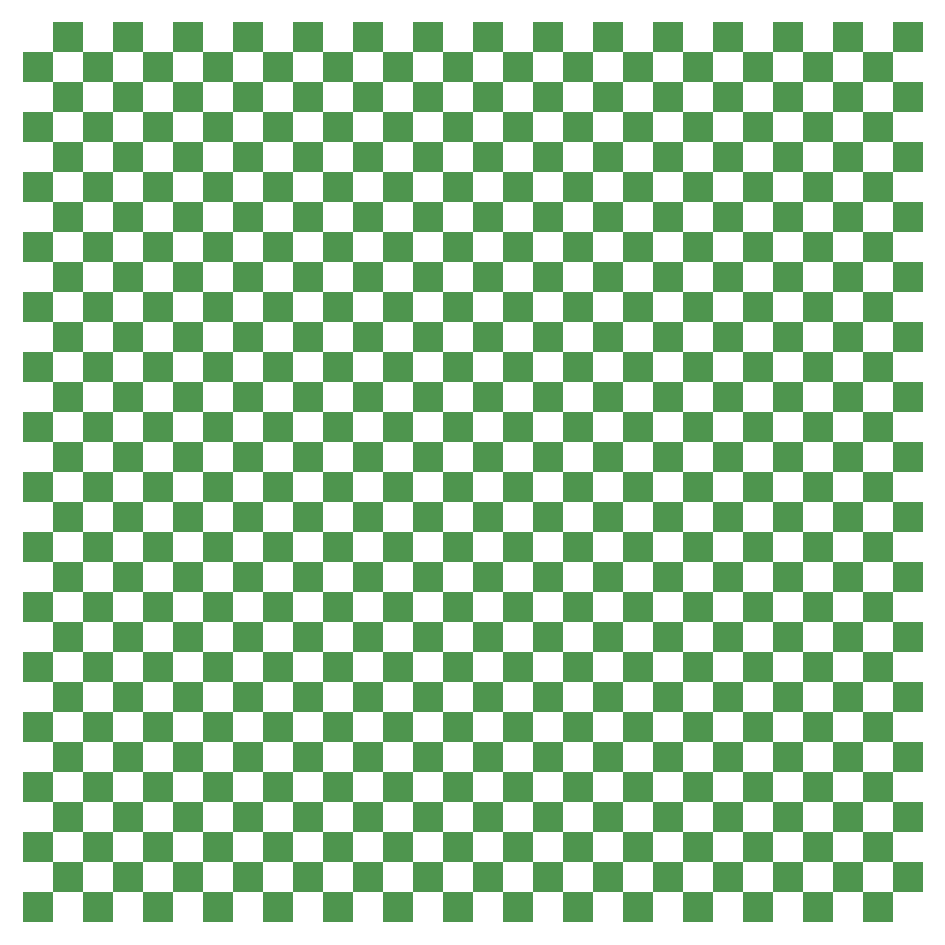
<source format=gtl>
G75*
G70*
%OFA0B0*%
%FSTAX24Y24*%
%IPPOS*%
%LPD*%
%ADD10R,0.1X0.1*%
D10*
X0005Y0005D03*
X0015Y0015D03*
X0025Y0005D03*
X0035Y0015D03*
X0045Y0005D03*
X0055Y0015D03*
X0065Y0005D03*
X0075Y0015D03*
X0085Y0005D03*
X0095Y0015D03*
X0105Y0005D03*
X0115Y0015D03*
X0125Y0005D03*
X0135Y0015D03*
X0145Y0005D03*
X0155Y0015D03*
X0165Y0005D03*
X0175Y0015D03*
X0185Y0005D03*
X0195Y0015D03*
X0205Y0005D03*
X0215Y0015D03*
X0225Y0005D03*
X0235Y0015D03*
X0245Y0005D03*
X0255Y0015D03*
X0265Y0005D03*
X0275Y0015D03*
X0285Y0005D03*
X0295Y0015D03*
X0005Y0025D03*
X0015Y0035D03*
X0025Y0025D03*
X0035Y0035D03*
X0045Y0025D03*
X0055Y0035D03*
X0065Y0025D03*
X0075Y0035D03*
X0085Y0025D03*
X0095Y0035D03*
X0105Y0025D03*
X0115Y0035D03*
X0125Y0025D03*
X0135Y0035D03*
X0145Y0025D03*
X0155Y0035D03*
X0165Y0025D03*
X0175Y0035D03*
X0185Y0025D03*
X0195Y0035D03*
X0205Y0025D03*
X0215Y0035D03*
X0225Y0025D03*
X0235Y0035D03*
X0245Y0025D03*
X0255Y0035D03*
X0265Y0025D03*
X0275Y0035D03*
X0285Y0025D03*
X0295Y0035D03*
X0005Y0045D03*
X0015Y0055D03*
X0025Y0045D03*
X0035Y0055D03*
X0045Y0045D03*
X0055Y0055D03*
X0065Y0045D03*
X0075Y0055D03*
X0085Y0045D03*
X0095Y0055D03*
X0105Y0045D03*
X0115Y0055D03*
X0125Y0045D03*
X0135Y0055D03*
X0145Y0045D03*
X0155Y0055D03*
X0165Y0045D03*
X0175Y0055D03*
X0185Y0045D03*
X0195Y0055D03*
X0205Y0045D03*
X0215Y0055D03*
X0225Y0045D03*
X0235Y0055D03*
X0245Y0045D03*
X0255Y0055D03*
X0265Y0045D03*
X0275Y0055D03*
X0285Y0045D03*
X0295Y0055D03*
X0005Y0065D03*
X0015Y0075D03*
X0025Y0065D03*
X0035Y0075D03*
X0045Y0065D03*
X0055Y0075D03*
X0065Y0065D03*
X0075Y0075D03*
X0085Y0065D03*
X0095Y0075D03*
X0105Y0065D03*
X0115Y0075D03*
X0125Y0065D03*
X0135Y0075D03*
X0145Y0065D03*
X0155Y0075D03*
X0165Y0065D03*
X0175Y0075D03*
X0185Y0065D03*
X0195Y0075D03*
X0205Y0065D03*
X0215Y0075D03*
X0225Y0065D03*
X0235Y0075D03*
X0245Y0065D03*
X0255Y0075D03*
X0265Y0065D03*
X0275Y0075D03*
X0285Y0065D03*
X0295Y0075D03*
X0005Y0085D03*
X0015Y0095D03*
X0025Y0085D03*
X0035Y0095D03*
X0045Y0085D03*
X0055Y0095D03*
X0065Y0085D03*
X0075Y0095D03*
X0085Y0085D03*
X0095Y0095D03*
X0105Y0085D03*
X0115Y0095D03*
X0125Y0085D03*
X0135Y0095D03*
X0145Y0085D03*
X0155Y0095D03*
X0165Y0085D03*
X0175Y0095D03*
X0185Y0085D03*
X0195Y0095D03*
X0205Y0085D03*
X0215Y0095D03*
X0225Y0085D03*
X0235Y0095D03*
X0245Y0085D03*
X0255Y0095D03*
X0265Y0085D03*
X0275Y0095D03*
X0285Y0085D03*
X0295Y0095D03*
X0005Y0105D03*
X0015Y0115D03*
X0025Y0105D03*
X0035Y0115D03*
X0045Y0105D03*
X0055Y0115D03*
X0065Y0105D03*
X0075Y0115D03*
X0085Y0105D03*
X0095Y0115D03*
X0105Y0105D03*
X0115Y0115D03*
X0125Y0105D03*
X0135Y0115D03*
X0145Y0105D03*
X0155Y0115D03*
X0165Y0105D03*
X0175Y0115D03*
X0185Y0105D03*
X0195Y0115D03*
X0205Y0105D03*
X0215Y0115D03*
X0225Y0105D03*
X0235Y0115D03*
X0245Y0105D03*
X0255Y0115D03*
X0265Y0105D03*
X0275Y0115D03*
X0285Y0105D03*
X0295Y0115D03*
X0005Y0125D03*
X0015Y0135D03*
X0025Y0125D03*
X0035Y0135D03*
X0045Y0125D03*
X0055Y0135D03*
X0065Y0125D03*
X0075Y0135D03*
X0085Y0125D03*
X0095Y0135D03*
X0105Y0125D03*
X0115Y0135D03*
X0125Y0125D03*
X0135Y0135D03*
X0145Y0125D03*
X0155Y0135D03*
X0165Y0125D03*
X0175Y0135D03*
X0185Y0125D03*
X0195Y0135D03*
X0205Y0125D03*
X0215Y0135D03*
X0225Y0125D03*
X0235Y0135D03*
X0245Y0125D03*
X0255Y0135D03*
X0265Y0125D03*
X0275Y0135D03*
X0285Y0125D03*
X0295Y0135D03*
X0005Y0145D03*
X0015Y0155D03*
X0025Y0145D03*
X0035Y0155D03*
X0045Y0145D03*
X0055Y0155D03*
X0065Y0145D03*
X0075Y0155D03*
X0085Y0145D03*
X0095Y0155D03*
X0105Y0145D03*
X0115Y0155D03*
X0125Y0145D03*
X0135Y0155D03*
X0145Y0145D03*
X0155Y0155D03*
X0165Y0145D03*
X0175Y0155D03*
X0185Y0145D03*
X0195Y0155D03*
X0205Y0145D03*
X0215Y0155D03*
X0225Y0145D03*
X0235Y0155D03*
X0245Y0145D03*
X0255Y0155D03*
X0265Y0145D03*
X0275Y0155D03*
X0285Y0145D03*
X0295Y0155D03*
X0005Y0165D03*
X0015Y0175D03*
X0025Y0165D03*
X0035Y0175D03*
X0045Y0165D03*
X0055Y0175D03*
X0065Y0165D03*
X0075Y0175D03*
X0085Y0165D03*
X0095Y0175D03*
X0105Y0165D03*
X0115Y0175D03*
X0125Y0165D03*
X0135Y0175D03*
X0145Y0165D03*
X0155Y0175D03*
X0165Y0165D03*
X0175Y0175D03*
X0185Y0165D03*
X0195Y0175D03*
X0205Y0165D03*
X0215Y0175D03*
X0225Y0165D03*
X0235Y0175D03*
X0245Y0165D03*
X0255Y0175D03*
X0265Y0165D03*
X0275Y0175D03*
X0285Y0165D03*
X0295Y0175D03*
X0005Y0185D03*
X0015Y0195D03*
X0025Y0185D03*
X0035Y0195D03*
X0045Y0185D03*
X0055Y0195D03*
X0065Y0185D03*
X0075Y0195D03*
X0085Y0185D03*
X0095Y0195D03*
X0105Y0185D03*
X0115Y0195D03*
X0125Y0185D03*
X0135Y0195D03*
X0145Y0185D03*
X0155Y0195D03*
X0165Y0185D03*
X0175Y0195D03*
X0185Y0185D03*
X0195Y0195D03*
X0205Y0185D03*
X0215Y0195D03*
X0225Y0185D03*
X0235Y0195D03*
X0245Y0185D03*
X0255Y0195D03*
X0265Y0185D03*
X0275Y0195D03*
X0285Y0185D03*
X0295Y0195D03*
X0005Y0205D03*
X0015Y0215D03*
X0025Y0205D03*
X0035Y0215D03*
X0045Y0205D03*
X0055Y0215D03*
X0065Y0205D03*
X0075Y0215D03*
X0085Y0205D03*
X0095Y0215D03*
X0105Y0205D03*
X0115Y0215D03*
X0125Y0205D03*
X0135Y0215D03*
X0145Y0205D03*
X0155Y0215D03*
X0165Y0205D03*
X0175Y0215D03*
X0185Y0205D03*
X0195Y0215D03*
X0205Y0205D03*
X0215Y0215D03*
X0225Y0205D03*
X0235Y0215D03*
X0245Y0205D03*
X0255Y0215D03*
X0265Y0205D03*
X0275Y0215D03*
X0285Y0205D03*
X0295Y0215D03*
X0005Y0225D03*
X0015Y0235D03*
X0025Y0225D03*
X0035Y0235D03*
X0045Y0225D03*
X0055Y0235D03*
X0065Y0225D03*
X0075Y0235D03*
X0085Y0225D03*
X0095Y0235D03*
X0105Y0225D03*
X0115Y0235D03*
X0125Y0225D03*
X0135Y0235D03*
X0145Y0225D03*
X0155Y0235D03*
X0165Y0225D03*
X0175Y0235D03*
X0185Y0225D03*
X0195Y0235D03*
X0205Y0225D03*
X0215Y0235D03*
X0225Y0225D03*
X0235Y0235D03*
X0245Y0225D03*
X0255Y0235D03*
X0265Y0225D03*
X0275Y0235D03*
X0285Y0225D03*
X0295Y0235D03*
X0005Y0245D03*
X0015Y0255D03*
X0025Y0245D03*
X0035Y0255D03*
X0045Y0245D03*
X0055Y0255D03*
X0065Y0245D03*
X0075Y0255D03*
X0085Y0245D03*
X0095Y0255D03*
X0105Y0245D03*
X0115Y0255D03*
X0125Y0245D03*
X0135Y0255D03*
X0145Y0245D03*
X0155Y0255D03*
X0165Y0245D03*
X0175Y0255D03*
X0185Y0245D03*
X0195Y0255D03*
X0205Y0245D03*
X0215Y0255D03*
X0225Y0245D03*
X0235Y0255D03*
X0245Y0245D03*
X0255Y0255D03*
X0265Y0245D03*
X0275Y0255D03*
X0285Y0245D03*
X0295Y0255D03*
X0005Y0265D03*
X0015Y0275D03*
X0025Y0265D03*
X0035Y0275D03*
X0045Y0265D03*
X0055Y0275D03*
X0065Y0265D03*
X0075Y0275D03*
X0085Y0265D03*
X0095Y0275D03*
X0105Y0265D03*
X0115Y0275D03*
X0125Y0265D03*
X0135Y0275D03*
X0145Y0265D03*
X0155Y0275D03*
X0165Y0265D03*
X0175Y0275D03*
X0185Y0265D03*
X0195Y0275D03*
X0205Y0265D03*
X0215Y0275D03*
X0225Y0265D03*
X0235Y0275D03*
X0245Y0265D03*
X0255Y0275D03*
X0265Y0265D03*
X0275Y0275D03*
X0285Y0265D03*
X0295Y0275D03*
X0005Y0285D03*
X0015Y0295D03*
X0025Y0285D03*
X0035Y0295D03*
X0045Y0285D03*
X0055Y0295D03*
X0065Y0285D03*
X0075Y0295D03*
X0085Y0285D03*
X0095Y0295D03*
X0105Y0285D03*
X0115Y0295D03*
X0125Y0285D03*
X0135Y0295D03*
X0145Y0285D03*
X0155Y0295D03*
X0165Y0285D03*
X0175Y0295D03*
X0185Y0285D03*
X0195Y0295D03*
X0205Y0285D03*
X0215Y0295D03*
X0225Y0285D03*
X0235Y0295D03*
X0245Y0285D03*
X0255Y0295D03*
X0265Y0285D03*
X0275Y0295D03*
X0285Y0285D03*
X0295Y0295D03*
M02*

</source>
